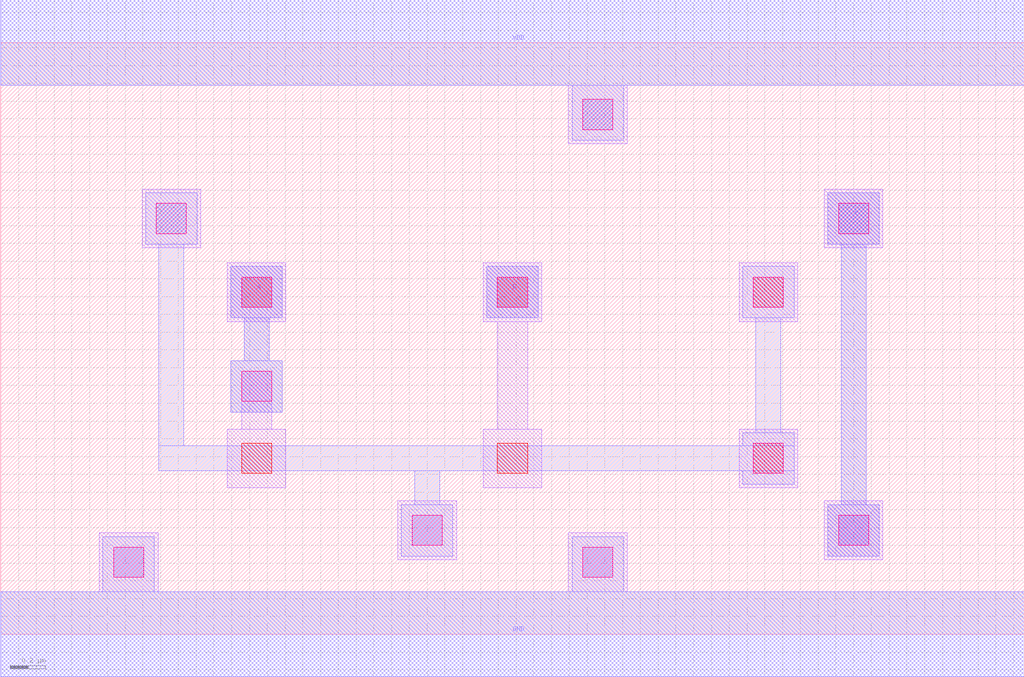
<source format=lef>
MACRO OR2X2
 CLASS CORE ;
 FOREIGN OR2X2 0 0 ;
 SIZE 5.76 BY 3.33 ;
 ORIGIN 0 0 ;
 SYMMETRY X Y R90 ;
 SITE unit ;
  PIN VDD
   DIRECTION INOUT ;
   USE POWER ;
   SHAPE ABUTMENT ;
    PORT
     CLASS CORE ;
       LAYER met1 ;
        RECT 0.00000000 3.09000000 5.76000000 3.57000000 ;
    END
  END VDD

  PIN GND
   DIRECTION INOUT ;
   USE POWER ;
   SHAPE ABUTMENT ;
    PORT
     CLASS CORE ;
       LAYER met1 ;
        RECT 0.00000000 -0.24000000 5.76000000 0.24000000 ;
    END
  END GND

  PIN Y
   DIRECTION INOUT ;
   USE SIGNAL ;
   SHAPE ABUTMENT ;
    PORT
     CLASS CORE ;
       LAYER met1 ;
        RECT 4.65500000 0.44000000 4.94500000 0.73000000 ;
        RECT 4.73000000 0.73000000 4.87000000 2.19500000 ;
        RECT 4.65500000 2.19500000 4.94500000 2.48500000 ;
    END
  END Y

  PIN A
   DIRECTION INOUT ;
   USE SIGNAL ;
   SHAPE ABUTMENT ;
    PORT
     CLASS CORE ;
       LAYER met1 ;
        RECT 1.29500000 1.25000000 1.58500000 1.54000000 ;
        RECT 1.37000000 1.54000000 1.51000000 1.78000000 ;
        RECT 1.29500000 1.78000000 1.58500000 2.07000000 ;
    END
  END A

  PIN B
   DIRECTION INOUT ;
   USE SIGNAL ;
   SHAPE ABUTMENT ;
    PORT
     CLASS CORE ;
       LAYER met1 ;
        RECT 2.73500000 1.78000000 3.02500000 2.07000000 ;
    END
  END B

 OBS
    LAYER polycont ;
     RECT 1.35500000 0.90500000 1.52500000 1.07500000 ;
     RECT 2.79500000 0.90500000 2.96500000 1.07500000 ;
     RECT 4.23500000 0.90500000 4.40500000 1.07500000 ;
     RECT 1.35500000 1.84000000 1.52500000 2.01000000 ;
     RECT 2.79500000 1.84000000 2.96500000 2.01000000 ;
     RECT 4.23500000 1.84000000 4.40500000 2.01000000 ;

    LAYER pdiffc ;
     RECT 0.87500000 2.25500000 1.04500000 2.42500000 ;
     RECT 4.71500000 2.25500000 4.88500000 2.42500000 ;
     RECT 3.27500000 2.84000000 3.44500000 3.01000000 ;

    LAYER ndiffc ;
     RECT 0.63500000 0.32000000 0.80500000 0.49000000 ;
     RECT 3.27500000 0.32000000 3.44500000 0.49000000 ;
     RECT 2.31500000 0.50000000 2.48500000 0.67000000 ;
     RECT 4.71500000 0.50000000 4.88500000 0.67000000 ;

    LAYER li1 ;
     RECT 0.55500000 0.24000000 0.88500000 0.57000000 ;
     RECT 3.19500000 0.24000000 3.52500000 0.57000000 ;
     RECT 2.23500000 0.42000000 2.56500000 0.75000000 ;
     RECT 4.63500000 0.42000000 4.96500000 0.75000000 ;
     RECT 4.15500000 0.82500000 4.48500000 1.15500000 ;
     RECT 1.27500000 0.82500000 1.60500000 1.15500000 ;
     RECT 1.35500000 1.15500000 1.52500000 1.48000000 ;
     RECT 1.27500000 1.76000000 1.60500000 2.09000000 ;
     RECT 2.71500000 0.82500000 3.04500000 1.15500000 ;
     RECT 2.79500000 1.15500000 2.96500000 1.76000000 ;
     RECT 2.71500000 1.76000000 3.04500000 2.09000000 ;
     RECT 4.15500000 1.76000000 4.48500000 2.09000000 ;
     RECT 0.79500000 2.17500000 1.12500000 2.50500000 ;
     RECT 4.63500000 2.17500000 4.96500000 2.50500000 ;
     RECT 3.19500000 2.76000000 3.52500000 3.09000000 ;

    LAYER viali ;
     RECT 0.63500000 0.32000000 0.80500000 0.49000000 ;
     RECT 3.27500000 0.32000000 3.44500000 0.49000000 ;
     RECT 2.31500000 0.50000000 2.48500000 0.67000000 ;
     RECT 4.71500000 0.50000000 4.88500000 0.67000000 ;
     RECT 4.23500000 0.90500000 4.40500000 1.07500000 ;
     RECT 1.35500000 1.31000000 1.52500000 1.48000000 ;
     RECT 1.35500000 1.84000000 1.52500000 2.01000000 ;
     RECT 2.79500000 1.84000000 2.96500000 2.01000000 ;
     RECT 4.23500000 1.84000000 4.40500000 2.01000000 ;
     RECT 0.87500000 2.25500000 1.04500000 2.42500000 ;
     RECT 4.71500000 2.25500000 4.88500000 2.42500000 ;
     RECT 3.27500000 2.84000000 3.44500000 3.01000000 ;

    LAYER met1 ;
     RECT 0.00000000 -0.24000000 5.76000000 0.24000000 ;
     RECT 0.57500000 0.24000000 0.86500000 0.55000000 ;
     RECT 3.21500000 0.24000000 3.50500000 0.55000000 ;
     RECT 1.29500000 1.25000000 1.58500000 1.54000000 ;
     RECT 1.37000000 1.54000000 1.51000000 1.78000000 ;
     RECT 1.29500000 1.78000000 1.58500000 2.07000000 ;
     RECT 2.73500000 1.78000000 3.02500000 2.07000000 ;
     RECT 2.25500000 0.44000000 2.54500000 0.73000000 ;
     RECT 2.33000000 0.73000000 2.47000000 0.92000000 ;
     RECT 4.17500000 0.84500000 4.46500000 0.92000000 ;
     RECT 0.89000000 0.92000000 4.46500000 1.06000000 ;
     RECT 4.17500000 1.06000000 4.46500000 1.13500000 ;
     RECT 4.25000000 1.13500000 4.39000000 1.78000000 ;
     RECT 4.17500000 1.78000000 4.46500000 2.07000000 ;
     RECT 0.89000000 1.06000000 1.03000000 2.19500000 ;
     RECT 0.81500000 2.19500000 1.10500000 2.48500000 ;
     RECT 4.65500000 0.44000000 4.94500000 0.73000000 ;
     RECT 4.73000000 0.73000000 4.87000000 2.19500000 ;
     RECT 4.65500000 2.19500000 4.94500000 2.48500000 ;
     RECT 3.21500000 2.78000000 3.50500000 3.09000000 ;
     RECT 0.00000000 3.09000000 5.76000000 3.57000000 ;

 END
END OR2X2

</source>
